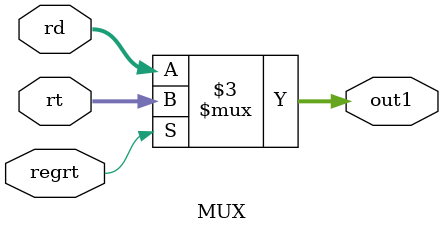
<source format=v>
`timescale 1ns / 1ps


module MUX(regrt, rd, rt, out1);
input regrt;
input [4:0] rd, rt;
output reg [4:0] out1;


always@ (rd or rt or regrt) begin
if(regrt)
     out1<=rt;
else
     out1<=rd;
end
endmodule

</source>
